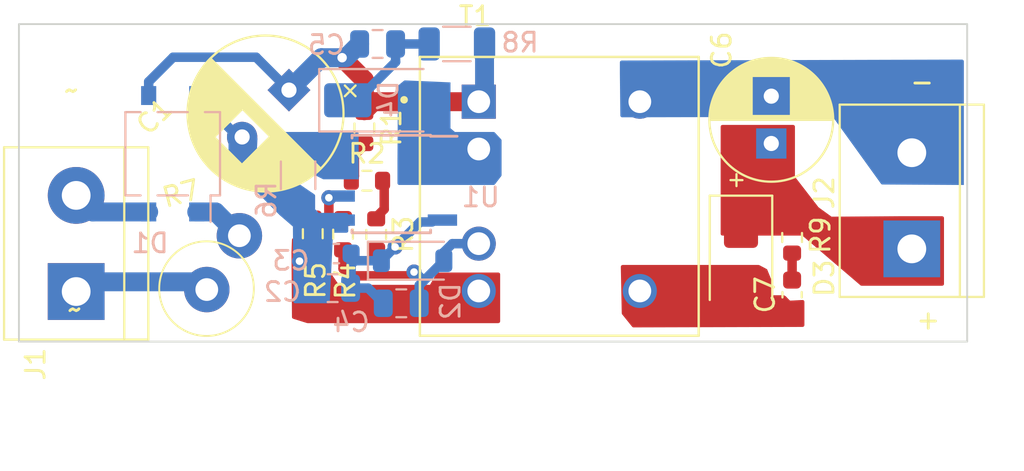
<source format=kicad_pcb>
(kicad_pcb (version 20221018) (generator pcbnew)
  (layers (0 "F.Cu" signal) (31 "B.Cu" signal) (34 "B.Paste" user) (35 "F.Paste" user) (36 "B.SilkS" user "B.Silkscreen") (37 "F.SilkS" user "F.Silkscreen") (38 "B.Mask" user) (39 "F.Mask" user) (44 "Edge.Cuts" user))
  (net 0 "")
  (net 1 "Net-(D1-+)")
  (net 2 "GND")
  (net 3 "Net-(D2-K)")
  (net 4 "Net-(D2-A)")
  (net 5 "Net-(D4-K)")
  (net 6 "Net-(D3-K)")
  (net 7 "GNDPWR")
  (net 8 "Net-(D3-A)")
  (net 9 "Net-(C7-Pad2)")
  (net 10 "Net-(J1-Pin_2)")
  (net 11 "Net-(D4-A)")
  (net 12 "Net-(J1-Pin_1)")
  (net 13 "Net-(R1-Pad2)")
  (net 14 "Net-(R2-Pad2)")
  (net 15 "Net-(U1-Vsense)")
  (net 16 "Net-(U1-E)")
  (net 17 "Net-(D1-Pad1)")
  (footprint "0_Custom:BOBBIN_EE13_4_2" (layer "F.Cu") (at 126.125 85.075)
    (fp_text reference "T1" (at -4.445 -9.525) (layer "F.SilkS"))
    (fp_text value "EE13-5V")
    (pad "1" thru_hole rect (at -4.255 -5) (size 1.8 1.8) (drill 1.2) (layers "*.Cu" "*.Mask") (net 1 "Net-(D1-+)"))
    (pad "2" thru_hole circle (at -4.255 -2.5) (size 1.8 1.8) (drill 1.2) (layers "*.Cu" "*.Mask") (net 11 "Net-(D4-A)"))
    (pad "4" thru_hole circle (at -4.255 2.5) (size 1.8 1.8) (drill 1.2) (layers "*.Cu" "*.Mask") (net 4 "Net-(D2-A)"))
    (pad "5" thru_hole circle (at -4.255 5) (size 1.8 1.8) (drill 1.2) (layers "*.Cu" "*.Mask") (net 2 "GND"))
    (pad "6" thru_hole circle (at 4.255 5) (size 1.8 1.8) (drill 1.2) (layers "*.Cu" "*.Mask") (net 8 "Net-(D3-A)"))
    (pad "10" thru_hole circle (at 4.255 -5) (size 1.8 1.8) (drill 1.2) (layers "*.Cu" "*.Mask") (net 7 "GNDPWR"))
  )
  (footprint "Resistor_SMD:R_0603_1608Metric" (layer "F.Cu") (at 138.425 87.25 90)
    (fp_text reference "R9" (at 0.125 1.5 90) (layer "F.SilkS"))
    (fp_text value "26K9")
    (pad "1" smd roundrect (at -0.825 0 90) (size 0.8 0.95) (layers "F.Cu" "F.Paste" "F.Mask") (net 9 "Net-(C7-Pad2)"))
    (pad "2" smd roundrect (at 0.825 0 90) (size 0.8 0.95) (layers "F.Cu" "F.Paste" "F.Mask") (net 6 "Net-(D3-K)"))
  )
  (footprint "Resistor_SMD:R_0603_1608Metric" (layer "F.Cu") (at 115.9625 84.25)
    (fp_text reference "R2" (at 0 -1.43) (layer "F.SilkS"))
    (fp_text value "1M")
    (pad "1" smd roundrect (at -0.825 0) (size 0.8 0.95) (layers "F.Cu" "F.Paste" "F.Mask") (net 13 "Net-(R1-Pad2)"))
    (pad "2" smd roundrect (at 0.825 0) (size 0.8 0.95) (layers "F.Cu" "F.Paste" "F.Mask") (net 14 "Net-(R2-Pad2)"))
  )
  (footprint "TerminalBlock:TerminalBlock_bornier-2_P5.08mm" (layer "F.Cu") (at 100.6 90.105 90)
    (fp_text reference "J1" (at -3.835 -2.15 90) (layer "F.SilkS"))
    (fp_text value "Screw_Terminal_01x02")
    (pad "1" thru_hole rect (at 0 0 90) (size 3 3) (drill 1.52) (layers "*.Cu" "*.Mask") (net 12 "Net-(J1-Pin_1)"))
    (pad "2" thru_hole circle (at 5.08 0 90) (size 3 3) (drill 1.52) (layers "*.Cu" "*.Mask") (net 10 "Net-(J1-Pin_2)"))
  )
  (footprint "Resistor_SMD:R_0603_1608Metric" (layer "F.Cu") (at 115.825 81.4625 -90)
    (fp_text reference "R1" (at 0 -1.43 -90) (layer "F.SilkS"))
    (fp_text value "1M")
    (pad "1" smd roundrect (at -0.825 0 270) (size 0.8 0.95) (layers "F.Cu" "F.Paste" "F.Mask") (net 1 "Net-(D1-+)"))
    (pad "2" smd roundrect (at 0.825 0 270) (size 0.8 0.95) (layers "F.Cu" "F.Paste" "F.Mask") (net 13 "Net-(R1-Pad2)"))
  )
  (footprint "TerminalBlock:TerminalBlock_bornier-2_P5.08mm" (layer "F.Cu") (at 144.75 87.85 90)
    (fp_text reference "J2" (at 2.965 -4.625 90) (layer "F.SilkS"))
    (fp_text value "Screw_Terminal_01x02")
    (pad "1" thru_hole rect (at 0 0 90) (size 3 3) (drill 1.52) (layers "*.Cu" "*.Mask") (net 6 "Net-(D3-K)"))
    (pad "2" thru_hole circle (at 5.08 0 90) (size 3 3) (drill 1.52) (layers "*.Cu" "*.Mask") (net 7 "GNDPWR"))
  )
  (footprint "0_Custom:R_Radial_Power_1W-12x4.5" (layer "F.Cu") (at 107.5 90 15)
    (fp_text reference "R7" (at 0 -5.25 15) (layer "F.SilkS"))
    (fp_text value "3R3/2W")
    (pad "1" thru_hole circle (at 0 0 15) (size 2.4 2.4) (drill 1.2) (layers "*.Cu" "*.Mask") (net 12 "Net-(J1-Pin_1)"))
    (pad "2" thru_hole circle (at 2.4 -2.3 15) (size 2.4 2.4) (drill 1.2) (layers "*.Cu" "*.Mask") (net 17 "Net-(D1-Pad1)"))
  )
  (footprint "Resistor_SMD:R_0603_1608Metric" (layer "F.Cu") (at 113.1 87.05 -90)
    (fp_text reference "R5" (at 2.475 -0.15 90) (layer "F.SilkS"))
    (fp_text value "3K3")
    (pad "1" smd roundrect (at -0.825 0 270) (size 0.8 0.95) (layers "F.Cu" "F.Paste" "F.Mask") (net 15 "Net-(U1-Vsense)"))
    (pad "2" smd roundrect (at 0.825 0 270) (size 0.8 0.95) (layers "F.Cu" "F.Paste" "F.Mask") (net 2 "GND"))
  )
  (footprint "Resistor_SMD:R_0603_1608Metric" (layer "F.Cu") (at 116.45 87.0875 -90)
    (fp_text reference "R3" (at 0 -1.43 -90) (layer "F.SilkS"))
    (fp_text value "1M")
    (pad "1" smd roundrect (at -0.825 0 270) (size 0.8 0.95) (layers "F.Cu" "F.Paste" "F.Mask") (net 14 "Net-(R2-Pad2)"))
    (pad "2" smd roundrect (at 0.825 0 270) (size 0.8 0.95) (layers "F.Cu" "F.Paste" "F.Mask") (net 3 "Net-(D2-K)"))
  )
  (footprint "Capacitor_THT:CP_Radial_D6.3mm_P2.50mm" (layer "F.Cu") (at 137.325 82.28238 90)
    (fp_text reference "C6" (at 4.93238 -2.625 90) (layer "F.SilkS"))
    (fp_text value "560uF/6.3V")
    (pad "1" thru_hole rect (at 0 0 90) (size 1.6 1.6) (drill 0.8) (layers "*.Cu" "*.Mask") (net 6 "Net-(D3-K)"))
    (pad "2" thru_hole circle (at 2.5 0 90) (size 1.6 1.6) (drill 0.8) (layers "*.Cu" "*.Mask") (net 7 "GNDPWR"))
  )
  (footprint "Diode_SMD:D_SMA" (layer "F.Cu") (at 135.725 88.55 -90)
    (fp_text reference "D3" (at 0.85 -4.4 90) (layer "F.SilkS"))
    (fp_text value "SR240")
    (pad "1" smd roundrect (at -2 0 270) (size 2.5 1.8) (layers "F.Cu" "F.Paste" "F.Mask") (roundrect_rratio 0.1388888889) (net 6 "Net-(D3-K)"))
    (pad "2" smd roundrect (at 2 0 270) (size 2.5 1.8) (layers "F.Cu" "F.Paste" "F.Mask") (roundrect_rratio 0.1388888889) (net 8 "Net-(D3-A)"))
  )
  (footprint "Resistor_SMD:R_0603_1608Metric" (layer "F.Cu") (at 114.7 87.075 90)
    (fp_text reference "R4" (at -2.475 0.125 90) (layer "F.SilkS"))
    (fp_text value "26K9")
    (pad "1" smd roundrect (at -0.825 0 90) (size 0.8 0.95) (layers "F.Cu" "F.Paste" "F.Mask") (net 4 "Net-(D2-A)"))
    (pad "2" smd roundrect (at 0.825 0 90) (size 0.8 0.95) (layers "F.Cu" "F.Paste" "F.Mask") (net 15 "Net-(U1-Vsense)"))
  )
  (footprint "Capacitor_SMD:C_0603_1608Metric" (layer "F.Cu") (at 138.425 90.275 90)
    (fp_text reference "C7" (at 0 -1.43 90) (layer "F.SilkS"))
    (fp_text value "1nF/25V")
    (pad "1" smd roundrect (at -0.775 0 90) (size 0.9 0.95) (layers "F.Cu" "F.Paste" "F.Mask") (net 8 "Net-(D3-A)"))
    (pad "2" smd roundrect (at 0.775 0 90) (size 0.9 0.95) (layers "F.Cu" "F.Paste" "F.Mask") (net 9 "Net-(C7-Pad2)"))
  )
  (footprint "Capacitor_THT:CP_Radial_D8.0mm_P3.50mm" (layer "F.Cu") (at 111.842397 79.462563 -135)
    (fp_text reference "C1" (at 6.010408 4.030509 45) (layer "F.SilkS"))
    (fp_text value "4.7uF/400V")
    (pad "1" thru_hole rect (at 0 0 225) (size 1.6 1.6) (drill 0.8) (layers "*.Cu" "*.Mask") (net 1 "Net-(D1-+)"))
    (pad "2" thru_hole circle (at 3.5 0 225) (size 1.6 1.6) (drill 0.8) (layers "*.Cu" "*.Mask") (net 2 "GND"))
  )
  (footprint "Package_SO:SOIC-8-N3_3.9x4.9mm_P1.27mm" (layer "B.Cu") (at 117.25 84.425 180)
    (fp_text reference "U1" (at -4.725 -0.7) (layer "B.SilkS") (effects (justify mirror)))
    (fp_text value "CR1510")
    (pad "1" smd rect (at -2.7 1.905 180) (size 1.55 0.6) (layers "B.Cu" "B.Paste" "B.Mask") (net 11 "Net-(D4-A)"))
    (pad "2" smd rect (at -2.7 0.635 180) (size 1.55 0.6) (layers "B.Cu" "B.Paste" "B.Mask") (net 11 "Net-(D4-A)"))
    (pad "4" smd rect (at -2.7 -1.905 180) (size 1.55 0.6) (layers "B.Cu" "B.Paste" "B.Mask") (net 3 "Net-(D2-K)"))
    (pad "5" smd rect (at 2.7 -1.905 180) (size 1.55 0.6) (layers "B.Cu" "B.Paste" "B.Mask") (net 2 "GND"))
    (pad "6" smd rect (at 2.7 -0.635 180) (size 1.55 0.6) (layers "B.Cu" "B.Paste" "B.Mask") (net 15 "Net-(U1-Vsense)"))
    (pad "7" smd rect (at 2.7 0.65 180) (size 1.55 0.6) (layers "B.Cu" "B.Paste" "B.Mask") (net 16 "Net-(U1-E)"))
    (pad "8" smd rect (at 2.7 1.905 180) (size 1.55 0.6) (layers "B.Cu" "B.Paste" "B.Mask") (net 16 "Net-(U1-E)"))
  )
  (footprint "Diode_SMD:D_SOD-123" (layer "B.Cu") (at 118.375 88.475)
    (fp_text reference "D2" (at 2 2.15 90) (layer "B.SilkS") (effects (justify mirror)))
    (fp_text value "1N4148W")
    (pad "1" smd roundrect (at -1.65 0) (size 0.9 1.2) (layers "B.Cu" "B.Paste" "B.Mask") (net 3 "Net-(D2-K)"))
    (pad "2" smd roundrect (at 1.65 0) (size 0.9 1.2) (layers "B.Cu" "B.Paste" "B.Mask") (net 4 "Net-(D2-A)"))
  )
  (footprint "Capacitor_SMD:C_0805_2012Metric" (layer "B.Cu") (at 117.775 90.725)
    (fp_text reference "C4" (at -2.65 1) (layer "B.SilkS") (effects (justify mirror)))
    (fp_text value "1nF/200V")
    (pad "1" smd roundrect (at -0.95 0) (size 1 1.45) (layers "B.Cu" "B.Paste" "B.Mask") (net 3 "Net-(D2-K)"))
    (pad "2" smd roundrect (at 0.95 0) (size 1 1.45) (layers "B.Cu" "B.Paste" "B.Mask") (net 4 "Net-(D2-A)"))
  )
  (footprint "Resistor_SMD:R_1206_3216Metric" (layer "B.Cu") (at 112.325 83.9625 -90)
    (fp_text reference "R6" (at 1.3125 1.675 90) (layer "B.SilkS") (effects (justify mirror)))
    (fp_text value "3R6")
    (pad "1" smd roundrect (at -1.4625 0 270) (size 1.125 1.75) (layers "B.Cu" "B.Paste" "B.Mask") (roundrect_rratio 0.222222) (net 16 "Net-(U1-E)"))
    (pad "2" smd roundrect (at 1.4625 0 270) (size 1.125 1.75) (layers "B.Cu" "B.Paste" "B.Mask") (roundrect_rratio 0.222222) (net 2 "GND"))
  )
  (footprint "Diode_SMD:D_SMA" (layer "B.Cu") (at 116.95 80)
    (fp_text reference "D4" (at 0.15 -0.05 90) (layer "B.SilkS") (effects (justify mirror)))
    (fp_text value "RS1J")
    (pad "1" smd roundrect (at -2 0) (size 2.5 1.8) (layers "B.Cu" "B.Paste" "B.Mask") (roundrect_rratio 0.1388888889) (net 5 "Net-(D4-K)"))
    (pad "2" smd roundrect (at 2 0) (size 2.5 1.8) (layers "B.Cu" "B.Paste" "B.Mask") (roundrect_rratio 0.1388888889) (net 11 "Net-(D4-A)"))
  )
  (footprint "Resistor_SMD:R_1206_3216Metric" (layer "B.Cu") (at 120.7125 77.025 180)
    (fp_text reference "R8" (at -3.3375 0.075) (layer "B.SilkS") (effects (justify mirror)))
    (fp_text value "100K")
    (pad "1" smd roundrect (at -1.4625 0 180) (size 1.125 1.75) (layers "B.Cu" "B.Paste" "B.Mask") (roundrect_rratio 0.222222) (net 1 "Net-(D1-+)"))
    (pad "2" smd roundrect (at 1.4625 0 180) (size 1.125 1.75) (layers "B.Cu" "B.Paste" "B.Mask") (roundrect_rratio 0.222222) (net 5 "Net-(D4-K)"))
  )
  (footprint "Capacitor_SMD:C_0805_2012Metric" (layer "B.Cu") (at 114.15 89.925 180)
    (fp_text reference "C2" (at 2.65 -0.2) (layer "B.SilkS") (effects (justify mirror)))
    (fp_text value "10uF/16V")
    (pad "1" smd roundrect (at -0.95 0 180) (size 1 1.45) (layers "B.Cu" "B.Paste" "B.Mask") (net 3 "Net-(D2-K)"))
    (pad "2" smd roundrect (at 0.95 0 180) (size 1 1.45) (layers "B.Cu" "B.Paste" "B.Mask") (net 2 "GND"))
  )
  (footprint "Package_TO_SOT_SMD:TO-269AA" (layer "B.Cu") (at 105.7 82.825 90)
    (fp_text reference "D1" (at -4.725 -1.2 180) (layer "B.SilkS") (effects (justify mirror)))
    (fp_text value "MB10F")
    (pad "1" smd rect (at -3.075 1.27 90) (size 1 0.8) (layers "B.Cu" "B.Paste" "B.Mask") (net 17 "Net-(D1-Pad1)"))
    (pad "2" smd rect (at -3.075 -1.27 90) (size 1 0.8) (layers "B.Cu" "B.Paste" "B.Mask") (net 10 "Net-(J1-Pin_2)"))
    (pad "3" smd rect (at 3.075 -1.27 90) (size 1 0.8) (layers "B.Cu" "B.Paste" "B.Mask") (net 1 "Net-(D1-+)"))
    (pad "4" smd rect (at 3.075 1.27 90) (size 1 0.8) (layers "B.Cu" "B.Paste" "B.Mask") (net 2 "GND"))
  )
  (footprint "Capacitor_SMD:C_0805_2012Metric" (layer "B.Cu") (at 116.525 77.025 180)
    (fp_text reference "C5" (at 2.7 -0.05) (layer "B.SilkS") (effects (justify mirror)))
    (fp_text value "1nF/200V")
    (pad "1" smd roundrect (at -0.95 0 180) (size 1 1.45) (layers "B.Cu" "B.Paste" "B.Mask") (net 5 "Net-(D4-K)"))
    (pad "2" smd roundrect (at 0.95 0 180) (size 1 1.45) (layers "B.Cu" "B.Paste" "B.Mask") (net 1 "Net-(D1-+)"))
  )
  (footprint "Capacitor_SMD:C_0603_1608Metric" (layer "B.Cu") (at 114.35 88.1 180)
    (fp_text reference "C3" (at 2.4 -0.375) (layer "B.SilkS") (effects (justify mirror)))
    (fp_text value "100nF/50V")
    (pad "1" smd roundrect (at -0.775 0 180) (size 0.9 0.95) (layers "B.Cu" "B.Paste" "B.Mask") (net 3 "Net-(D2-K)"))
    (pad "2" smd roundrect (at 0.775 0 180) (size 0.9 0.95) (layers "B.Cu" "B.Paste" "B.Mask") (net 2 "GND"))
  )
  (gr_poly (pts (xy 129.475 88.8) (xy 129.525 91.25) (xy 130.05 91.9) (xy 138.975 91.875) (xy 138.975 90.65) (xy 138.1 90.7) (xy 137.25 90.425) (xy 137.25 89.55) (xy 137.025 89) (xy 136.65 88.8)) (stroke (width 0.2)) (fill solid) (layer "F.Cu"))
  (gr_poly (pts (xy 135.7 81.4) (xy 138.475 81.4) (xy 138.475 84.075) (xy 139.75 85.725) (xy 140.475 86.25) (xy 144.1 86.225) (xy 146.35 86.225) (xy 146.35 89.7) (xy 144.1 89.7) (xy 142.1 89.7) (xy 139 87.05) (xy 134.75 87.05) (xy 134.75 81.4)) (stroke (width 0.2)) (fill solid) (layer "F.Cu"))
  (gr_poly (pts (xy 122.9 89.2) (xy 122.9 89.35) (xy 122.9 91.675) (xy 112.825 91.675) (xy 112.1 91.45) (xy 112.075 88.025) (xy 112.1 87.375) (xy 113.625 87.375) (xy 113.6 88.65) (xy 114.425 89.85) (xy 119.35 89.85) (xy 119.725 89.2)) (stroke (width 0.2)) (fill solid) (layer "F.Cu"))
  (gr_poly (pts (xy 108.75 82.05) (xy 108.75 83.3) (xy 111.425 86) (xy 112.15 86.625) (xy 112.175 90.625) (xy 113.9 90.625) (xy 114.075 86.9) (xy 114.875 86.9) (xy 114.875 86.05) (xy 113.375 86.05) (xy 113.125 85.8) (xy 113.125 85.05) (xy 111.175 83.725) (xy 110.05 82.575) (xy 110.075 82.1)) (stroke (width 0.2)) (fill solid) (layer "B.Cu"))
  (gr_poly (pts (xy 129.425 78.575) (xy 129.45 80.8) (xy 140.625 80.775) (xy 143.2 84.35) (xy 147.4 84.375) (xy 147.4 77.95) (xy 129.425 78)) (stroke (width 0.2)) (fill solid) (layer "B.Cu"))
  (gr_poly (pts (xy 111.5 81.775) (xy 115.425 81.775) (xy 115.425 84.075) (xy 113.675 84.075) (xy 111.525 83)) (stroke (width 0.2)) (fill solid) (layer "B.Cu"))
  (gr_poly (pts (xy 117.975 79.05) (xy 117.7 79.275) (xy 117.675 83.225) (xy 117.675 84.375) (xy 122.65 84.375) (xy 122.975 83.95) (xy 122.975 82.125) (xy 122.65 81.775) (xy 120.575 81.775) (xy 120.275 81.525) (xy 120.275 79.15)) (stroke (width 0.2)) (fill solid) (layer "B.Cu"))
  (gr_rect (start 97.575 75.975) (end 147.675 92.75) (stroke (width 0.1)) (fill none) (layer "Edge.Cuts"))
  (gr_text "~" (at 99.9 80.05) (layer "F.SilkS") (effects (font (size 1 1)) (justify left bottom)))
  (gr_text "+" (at 144.9 92.175) (layer "F.SilkS") (effects (font (size 1 1)) (justify left bottom)))
  (gr_text "~" (at 100.075 91.625) (layer "F.SilkS") (effects (font (size 1 1)) (justify left bottom)))
  (gr_text "-" (at 144.575 79.6) (layer "F.SilkS") (effects (font (size 1 1)) (justify left bottom)))
  (segment (start 116.3 80.075) (end 115.825 80.55) (width 1) (layer "F.Cu") (net 1))
  (segment (start 114.875 77.75) (end 114.925 77.8) (width 1) (layer "F.Cu") (net 1))
  (segment (start 115.825 80.55) (end 115.825 78.925) (width 1) (layer "F.Cu") (net 1))
  (segment (start 114.65 77.75) (end 114.875 77.75) (width 1) (layer "F.Cu") (net 1))
  (segment (start 115.825 78.925) (end 114.65 77.75) (width 1) (layer "F.Cu") (net 1))
  (segment (start 121.87 80.075) (end 116.3 80.075) (width 1) (layer "F.Cu") (net 1))
  (via (at 114.65 77.75) (size 1) (drill 0.5) (layers "F.Cu" "B.Cu") (net 1))
  (segment (start 114.85 77.75) (end 115.575 77.025) (width 1) (layer "B.Cu") (net 1))
  (segment (start 105.725 77.725) (end 110.104834 77.725) (width 0.5) (layer "B.Cu") (net 1))
  (segment (start 113.55496 77.75) (end 114.85 77.75) (width 1) (layer "B.Cu") (net 1))
  (segment (start 122.175 79.77) (end 121.87 80.075) (width 1) (layer "B.Cu") (net 1))
  (segment (start 111.842397 79.462563) (end 113.55496 77.75) (width 1) (layer "B.Cu") (net 1))
  (segment (start 104.43 79.02) (end 105.725 77.725) (width 0.5) (layer "B.Cu") (net 1))
  (segment (start 110.104834 77.725) (end 111.842397 79.462563) (width 0.5) (layer "B.Cu") (net 1))
  (segment (start 122.175 77.025) (end 122.175 79.77) (width 1) (layer "B.Cu") (net 1))
  (segment (start 104.43 79.75) (end 104.43 79.02) (width 0.5) (layer "B.Cu") (net 1))
  (segment (start 119.6 90.325) (end 119.85 90.075) (width 0.5) (layer "F.Cu") (net 2))
  (segment (start 119.85 90.075) (end 121.87 90.075) (width 0.5) (layer "F.Cu") (net 2))
  (segment (start 113.1 87.875) (end 113.025 87.875) (width 0.5) (layer "F.Cu") (net 2))
  (segment (start 113.025 87.875) (end 112.4 88.5) (width 0.5) (layer "F.Cu") (net 2))
  (segment (start 112.4 88.5) (end 112.4 88.85) (width 0.5) (layer "F.Cu") (net 2))
  (segment (start 112.4 88.85) (end 113.875 90.325) (width 0.5) (layer "F.Cu") (net 2))
  (segment (start 113.875 90.325) (end 119.6 90.325) (width 0.5) (layer "F.Cu") (net 2))
  (via (at 112.4 88.5) (size 0.8) (drill 0.4) (layers "F.Cu" "B.Cu") (net 2))
  (segment (start 113.575 89.55) (end 113.2 89.925) (width 0.5) (layer "B.Cu") (net 2))
  (segment (start 109.367523 81.937437) (end 109.157437 81.937437) (width 0.5) (layer "B.Cu") (net 2))
  (segment (start 112.58 86.43) (end 114 86.43) (width 0.5) (layer "B.Cu") (net 2))
  (segment (start 109.157437 81.937437) (end 106.97 79.75) (width 0.5) (layer "B.Cu") (net 2))
  (segment (start 111.75 85.6) (end 112.58 86.43) (width 0.5) (layer "B.Cu") (net 2))
  (segment (start 113.575 86.855) (end 114 86.43) (width 0.5) (layer "B.Cu") (net 2))
  (segment (start 109.367523 82.705023) (end 111.75 85.0875) (width 0.5) (layer "B.Cu") (net 2))
  (segment (start 109.367523 81.937437) (end 109.367523 82.705023) (width 0.5) (layer "B.Cu") (net 2))
  (segment (start 112.8 88.1) (end 112.4 88.5) (width 0.5) (layer "B.Cu") (net 2))
  (segment (start 111.75 85.0875) (end 111.75 85.6) (width 0.5) (layer "B.Cu") (net 2))
  (segment (start 113.575 88.1) (end 113.575 86.855) (width 0.5) (layer "B.Cu") (net 2))
  (segment (start 113.575 88.1) (end 112.8 88.1) (width 0.5) (layer "B.Cu") (net 2))
  (segment (start 113.575 88.1) (end 113.575 89.55) (width 0.5) (layer "B.Cu") (net 2))
  (via (at 117.45 87.75) (size 0.8) (drill 0.4) (layers "F.Cu" "B.Cu") (net 3))
  (segment (start 115.1 89.925) (end 116.025 89.925) (width 0.5) (layer "B.Cu") (net 3))
  (segment (start 116.025 89.925) (end 116.825 90.725) (width 0.5) (layer "B.Cu") (net 3))
  (segment (start 116.725 88.475) (end 117.45 87.75) (width 0.5) (layer "B.Cu") (net 3))
  (segment (start 116.725 88.475) (end 115.325 88.475) (width 0.5) (layer "B.Cu") (net 3))
  (segment (start 115.125 88.1) (end 115.125 88.675) (width 0.5) (layer "B.Cu") (net 3))
  (segment (start 115.325 88.475) (end 115.125 88.675) (width 0.5) (layer "B.Cu") (net 3))
  (segment (start 118.77 86.43) (end 119.4 86.43) (width 0.5) (layer "B.Cu") (net 3))
  (segment (start 117.45 87.75) (end 118.77 86.43) (width 0.5) (layer "B.Cu") (net 3))
  (segment (start 115.125 89.9) (end 115.1 89.925) (width 0.5) (layer "B.Cu") (net 3))
  (segment (start 115.125 88.675) (end 115.125 89.9) (width 0.5) (layer "B.Cu") (net 3))
  (segment (start 115.075 89.275) (end 118.25 89.275) (width 0.5) (layer "F.Cu") (net 4))
  (segment (start 118.25 89.275) (end 118.45 89.075) (width 0.5) (layer "F.Cu") (net 4))
  (segment (start 114.7 87.9) (end 114.7 88.9) (width 0.5) (layer "F.Cu") (net 4))
  (segment (start 114.7 88.9) (end 115.075 89.275) (width 0.5) (layer "F.Cu") (net 4))
  (via (at 118.45 89.075) (size 0.8) (drill 0.4) (layers "F.Cu" "B.Cu") (net 4))
  (segment (start 120.025 88.025) (end 120.475 87.575) (width 0.5) (layer "B.Cu") (net 4))
  (segment (start 118.5 89.075) (end 118.45 89.075) (width 0.5) (layer "B.Cu") (net 4))
  (segment (start 118.725 89.775) (end 118.9625 89.5375) (width 0.5) (layer "B.Cu") (net 4))
  (segment (start 118.9625 89.5375) (end 120.025 88.475) (width 0.5) (layer "B.Cu") (net 4))
  (segment (start 118.9625 89.5375) (end 118.5 89.075) (width 0.5) (layer "B.Cu") (net 4))
  (segment (start 118.725 90.725) (end 118.725 89.775) (width 0.5) (layer "B.Cu") (net 4))
  (segment (start 120.025 88.475) (end 120.025 88.025) (width 0.5) (layer "B.Cu") (net 4))
  (segment (start 120.475 87.575) (end 121.87 87.575) (width 0.5) (layer "B.Cu") (net 4))
  (segment (start 117.475 77.025) (end 119.25 77.025) (width 0.5) (layer "B.Cu") (net 5))
  (segment (start 117.475 77.975) (end 117.475 77.025) (width 0.5) (layer "B.Cu") (net 5))
  (segment (start 115.45 80) (end 117.475 77.975) (width 0.5) (layer "B.Cu") (net 5))
  (segment (start 114.95 80) (end 115.45 80) (width 0.5) (layer "B.Cu") (net 5))
  (segment (start 135.725 83.88238) (end 137.325 82.28238) (width 0.5) (layer "F.Cu") (net 6))
  (segment (start 135.725 86.55) (end 138.3 86.55) (width 0.5) (layer "F.Cu") (net 6))
  (segment (start 138.3 86.55) (end 138.425 86.425) (width 0.5) (layer "F.Cu") (net 6))
  (segment (start 135.725 86.55) (end 135.725 83.88238) (width 0.5) (layer "F.Cu") (net 6))
  (segment (start 142.07238 79.78238) (end 145.15 82.86) (width 0.5) (layer "B.Cu") (net 7))
  (segment (start 130.38 80.075) (end 137.03238 80.075) (width 0.5) (layer "B.Cu") (net 7))
  (segment (start 137.325 79.78238) (end 142.07238 79.78238) (width 0.5) (layer "B.Cu") (net 7))
  (segment (start 137.03238 80.075) (end 137.325 79.78238) (width 0.5) (layer "B.Cu") (net 7))
  (segment (start 137.925 90.55) (end 138.425 91.05) (width 0.5) (layer "F.Cu") (net 8))
  (segment (start 130.38 90.075) (end 135.25 90.075) (width 0.5) (layer "F.Cu") (net 8))
  (segment (start 135.725 90.55) (end 137.925 90.55) (width 0.5) (layer "F.Cu") (net 8))
  (segment (start 135.25 90.075) (end 135.725 90.55) (width 0.5) (layer "F.Cu") (net 8))
  (segment (start 138.425 88.075) (end 138.425 89.5) (width 0.5) (layer "F.Cu") (net 9))
  (segment (start 101.475 85.9) (end 100.6 85.025) (width 1) (layer "B.Cu") (net 10))
  (segment (start 104.43 85.9) (end 101.475 85.9) (width 1) (layer "B.Cu") (net 10))
  (segment (start 118.95 80) (end 118.95 83.44) (width 0.5) (layer "B.Cu") (net 11))
  (segment (start 119.4 82.62) (end 121.825 82.62) (width 0.5) (layer "B.Cu") (net 11))
  (segment (start 121.825 82.62) (end 121.87 82.575) (width 0.5) (layer "B.Cu") (net 11))
  (segment (start 118.95 83.44) (end 119.4 83.89) (width 0.5) (layer "B.Cu") (net 11))
  (segment (start 107.308542 89.591458) (end 101.113542 89.591458) (width 1) (layer "B.Cu") (net 12))
  (segment (start 101.113542 89.591458) (end 100.6 90.105) (width 1) (layer "B.Cu") (net 12))
  (segment (start 115.3 82.9) (end 115.3 84) (width 0.5) (layer "F.Cu") (net 13))
  (segment (start 115.3 84) (end 115.05 84.25) (width 0.5) (layer "F.Cu") (net 13))
  (segment (start 115.825 82.375) (end 115.3 82.9) (width 0.5) (layer "F.Cu") (net 13))
  (segment (start 116.875 85.75) (end 116.45 86.175) (width 0.5) (layer "F.Cu") (net 14))
  (segment (start 116.875 84.25) (end 116.875 85.75) (width 0.5) (layer "F.Cu") (net 14))
  (segment (start 114.675 86.225) (end 114.7 86.25) (width 0.5) (layer "F.Cu") (net 15))
  (segment (start 113.1 86.225) (end 113.925 86.225) (width 0.5) (layer "F.Cu") (net 15))
  (segment (start 113.925 86.225) (end 114.675 86.225) (width 0.5) (layer "F.Cu") (net 15))
  (segment (start 113.95 85.15) (end 113.95 86.2) (width 0.5) (layer "F.Cu") (net 15))
  (segment (start 113.95 86.2) (end 113.925 86.225) (width 0.5) (layer "F.Cu") (net 15))
  (via (at 113.95 85.15) (size 0.8) (drill 0.4) (layers "F.Cu" "B.Cu") (net 15))
  (segment (start 113.96 85.16) (end 113.95 85.15) (width 0.5) (layer "B.Cu") (net 15))
  (segment (start 114 85.16) (end 113.96 85.16) (width 0.5) (layer "B.Cu") (net 15))
  (segment (start 114 82.62) (end 112.745 82.62) (width 0.5) (layer "B.Cu") (net 16))
  (segment (start 112.745 82.62) (end 114 83.875) (width 0.5) (layer "B.Cu") (net 16))
  (segment (start 107.965733 85.9) (end 109.222938 87.157205) (width 1) (layer "B.Cu") (net 17))
  (segment (start 106.97 85.9) (end 107.965733 85.9) (width 1) (layer "B.Cu") (net 17))
)
</source>
